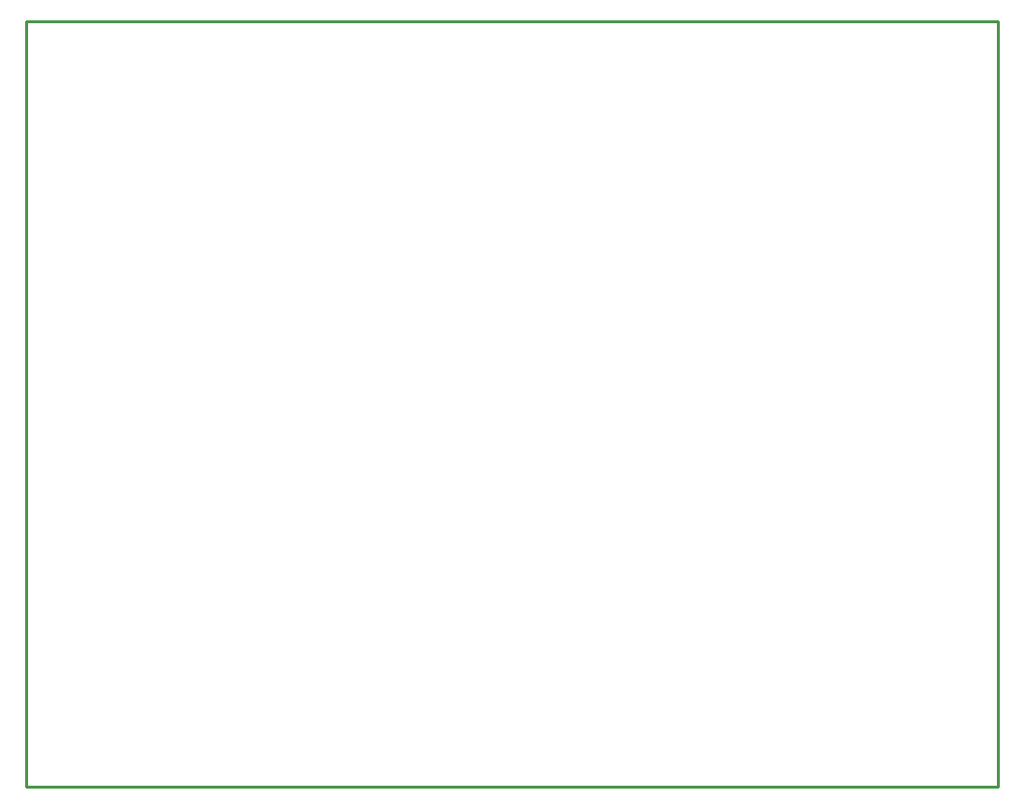
<source format=gbr>
G04 EAGLE Gerber RS-274X export*
G75*
%MOMM*%
%FSLAX34Y34*%
%LPD*%
%IN*%
%IPPOS*%
%AMOC8*
5,1,8,0,0,1.08239X$1,22.5*%
G01*
%ADD10C,0.254000*%


D10*
X0Y0D02*
X850700Y0D01*
X850700Y669800D01*
X0Y669800D01*
X0Y0D01*
M02*

</source>
